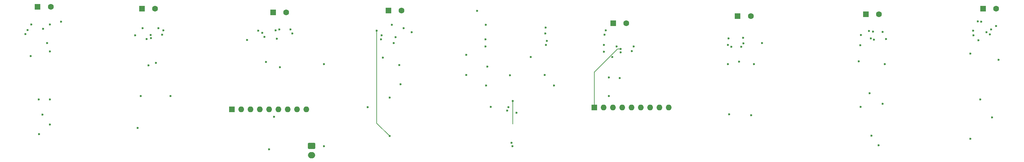
<source format=gbr>
%TF.GenerationSoftware,KiCad,Pcbnew,8.0.8*%
%TF.CreationDate,2025-05-04T20:59:54-05:00*%
%TF.ProjectId,Feedback_sleeve,46656564-6261-4636-9b5f-736c65657665,rev?*%
%TF.SameCoordinates,Original*%
%TF.FileFunction,Copper,L20,Inr*%
%TF.FilePolarity,Positive*%
%FSLAX46Y46*%
G04 Gerber Fmt 4.6, Leading zero omitted, Abs format (unit mm)*
G04 Created by KiCad (PCBNEW 8.0.8) date 2025-05-04 20:59:54*
%MOMM*%
%LPD*%
G01*
G04 APERTURE LIST*
G04 Aperture macros list*
%AMRoundRect*
0 Rectangle with rounded corners*
0 $1 Rounding radius*
0 $2 $3 $4 $5 $6 $7 $8 $9 X,Y pos of 4 corners*
0 Add a 4 corners polygon primitive as box body*
4,1,4,$2,$3,$4,$5,$6,$7,$8,$9,$2,$3,0*
0 Add four circle primitives for the rounded corners*
1,1,$1+$1,$2,$3*
1,1,$1+$1,$4,$5*
1,1,$1+$1,$6,$7*
1,1,$1+$1,$8,$9*
0 Add four rect primitives between the rounded corners*
20,1,$1+$1,$2,$3,$4,$5,0*
20,1,$1+$1,$4,$5,$6,$7,0*
20,1,$1+$1,$6,$7,$8,$9,0*
20,1,$1+$1,$8,$9,$2,$3,0*%
G04 Aperture macros list end*
%TA.AperFunction,ComponentPad*%
%ADD10RoundRect,0.250000X-0.550000X-0.550000X0.550000X-0.550000X0.550000X0.550000X-0.550000X0.550000X0*%
%TD*%
%TA.AperFunction,ComponentPad*%
%ADD11C,1.600000*%
%TD*%
%TA.AperFunction,ComponentPad*%
%ADD12R,1.600000X1.600000*%
%TD*%
%TA.AperFunction,ComponentPad*%
%ADD13O,1.600000X1.600000*%
%TD*%
%TA.AperFunction,ComponentPad*%
%ADD14RoundRect,0.250000X-0.750000X0.600000X-0.750000X-0.600000X0.750000X-0.600000X0.750000X0.600000X0*%
%TD*%
%TA.AperFunction,ComponentPad*%
%ADD15O,2.000000X1.700000*%
%TD*%
%TA.AperFunction,ViaPad*%
%ADD16C,0.600000*%
%TD*%
%TA.AperFunction,Conductor*%
%ADD17C,0.200000*%
%TD*%
G04 APERTURE END LIST*
D10*
%TO.N,Net-(J7-Pin_1)*%
%TO.C,J7*%
X242900000Y-17500000D03*
D11*
%TO.N,Net-(J7-Pin_2)*%
X246500000Y-17500000D03*
%TD*%
D10*
%TO.N,Net-(J8-Pin_1)*%
%TO.C,J8*%
X274900000Y-16000000D03*
D11*
%TO.N,Net-(J8-Pin_2)*%
X278500000Y-16000000D03*
%TD*%
D10*
%TO.N,Net-(J2-Pin_1)*%
%TO.C,J2*%
X45200000Y-16000000D03*
D11*
%TO.N,Net-(J2-Pin_2)*%
X48800000Y-16000000D03*
%TD*%
D10*
%TO.N,Net-(J6-Pin_1)*%
%TO.C,J6*%
X207900000Y-18000000D03*
D11*
%TO.N,Net-(J6-Pin_2)*%
X211500000Y-18000000D03*
%TD*%
D10*
%TO.N,Net-(J3-Pin_1)*%
%TO.C,J3*%
X81000000Y-17000000D03*
D11*
%TO.N,Net-(J3-Pin_2)*%
X84600000Y-17000000D03*
%TD*%
D12*
%TO.N,Net-(RN1-common)*%
%TO.C,RN2*%
X69760000Y-43500000D03*
D13*
%TO.N,Net-(RN2-R1)*%
X72300000Y-43500000D03*
%TO.N,Net-(RN2-R2)*%
X74840000Y-43500000D03*
%TO.N,Net-(RN2-R3)*%
X77380000Y-43500000D03*
%TO.N,Net-(RN2-R4)*%
X79920000Y-43500000D03*
%TO.N,Net-(RN2-R5)*%
X82460000Y-43500000D03*
%TO.N,Net-(RN2-R6)*%
X85000000Y-43500000D03*
%TO.N,Net-(RN2-R7)*%
X87540000Y-43500000D03*
%TO.N,Net-(RN2-R8)*%
X90080000Y-43500000D03*
%TD*%
D14*
%TO.N,Net-(J9-Pin_1)*%
%TO.C,J9*%
X91500000Y-53500000D03*
D15*
%TO.N,Net-(J9-Pin_2)*%
X91500000Y-56000000D03*
%TD*%
D10*
%TO.N,Net-(J4-Pin_1)*%
%TO.C,J4*%
X112500000Y-16500000D03*
D11*
%TO.N,Net-(J4-Pin_2)*%
X116100000Y-16500000D03*
%TD*%
D12*
%TO.N,Net-(RN1-common)*%
%TO.C,RN1*%
X168760000Y-43000000D03*
D13*
%TO.N,Net-(RN1-R1)*%
X171300000Y-43000000D03*
%TO.N,Net-(RN1-R2)*%
X173840000Y-43000000D03*
%TO.N,Net-(RN1-R3)*%
X176380000Y-43000000D03*
%TO.N,Net-(RN1-R4)*%
X178920000Y-43000000D03*
%TO.N,Net-(RN1-R5)*%
X181460000Y-43000000D03*
%TO.N,Net-(RN1-R6)*%
X184000000Y-43000000D03*
%TO.N,Net-(RN1-R7)*%
X186540000Y-43000000D03*
%TO.N,Net-(RN1-R8)*%
X189080000Y-43000000D03*
%TD*%
D10*
%TO.N,Net-(J1-Pin_1)*%
%TO.C,J1*%
X16700000Y-15500000D03*
D11*
%TO.N,Net-(J1-Pin_2)*%
X20300000Y-15500000D03*
%TD*%
D10*
%TO.N,Net-(J5-Pin_1)*%
%TO.C,J5*%
X173900000Y-20000000D03*
D11*
%TO.N,Net-(J5-Pin_2)*%
X177500000Y-20000000D03*
%TD*%
D16*
%TO.N,Net-(U1-GND)*%
X17095500Y-50321100D03*
X171377100Y-27752000D03*
X205594700Y-44905300D03*
X14834800Y-28967500D03*
X179017600Y-27617400D03*
X47589500Y-23225400D03*
X110467800Y-24348000D03*
X172682700Y-34819700D03*
X112842700Y-40329300D03*
X208245400Y-30467500D03*
X50728400Y-23100000D03*
X209432800Y-25440000D03*
X272252400Y-23280900D03*
X171566300Y-23086900D03*
X79067000Y-30518700D03*
X46961400Y-31470500D03*
X244401700Y-50745200D03*
X243947400Y-39076400D03*
X44866000Y-39904100D03*
X17001400Y-40829300D03*
X240951400Y-30411500D03*
X274157400Y-40829300D03*
X78663200Y-23693200D03*
X271418700Y-28282100D03*
X110979400Y-29408200D03*
X155457500Y-21133100D03*
X13395100Y-22941500D03*
X214570700Y-25376200D03*
X245123800Y-24500000D03*
%TO.N,Net-(U2-REG)*%
X274410700Y-19564400D03*
X279125700Y-29974700D03*
%TO.N,Net-(U4-REG)*%
X175674700Y-34923400D03*
%TO.N,Net-(U5-REG)*%
X113469400Y-20366500D03*
X115453800Y-31382200D03*
%TO.N,Net-(U10-REG)*%
X45411400Y-21344600D03*
X49065500Y-30811900D03*
%TO.N,Net-(U6-REG)*%
X15016300Y-20335300D03*
X20090700Y-47685200D03*
%TO.N,Net-(U9-REG)*%
X76938700Y-22008700D03*
X82922700Y-31970500D03*
%TO.N,Net-(U7-REG)*%
X243781600Y-22118400D03*
X246384400Y-53336900D03*
%TO.N,Net-(J1-Pin_1)*%
X19292700Y-25376200D03*
%TO.N,Net-(J1-Pin_2)*%
X23082700Y-19564400D03*
%TO.N,Net-(J2-Pin_2)*%
X51017600Y-21908700D03*
%TO.N,Net-(J2-Pin_1)*%
X47668900Y-24070700D03*
%TO.N,Net-(J3-Pin_2)*%
X85786700Y-21656900D03*
%TO.N,Net-(J3-Pin_1)*%
X86280400Y-22742700D03*
%TO.N,Net-(J4-Pin_1)*%
X114461700Y-23761600D03*
%TO.N,Net-(J4-Pin_2)*%
X118886400Y-22470300D03*
%TO.N,Net-(J5-Pin_2)*%
X179457200Y-26300300D03*
%TO.N,Net-(J5-Pin_1)*%
X175926200Y-27900000D03*
%TO.N,Net-(J6-Pin_1)*%
X208896100Y-26420700D03*
%TO.N,Net-(J7-Pin_1)*%
X248395400Y-24250000D03*
%TO.N,Net-(J7-Pin_2)*%
X244868400Y-22227600D03*
%TO.N,Net-(J8-Pin_1)*%
X276779600Y-23010400D03*
%TO.N,Net-(J8-Pin_2)*%
X277122500Y-21666800D03*
%TO.N,Net-(J9-Pin_1)*%
X145754700Y-34211000D03*
X94890700Y-31188000D03*
%TO.N,Net-(U1-PC01_A1_D1)*%
X173685700Y-29242000D03*
X171845900Y-21950500D03*
X139125100Y-20375000D03*
%TO.N,Net-(U1-PC05_A5_D5_SCL)*%
X139557100Y-31818900D03*
%TO.N,Net-(U1-PA03_A8_D8_SCK)*%
X82011000Y-24176200D03*
%TO.N,Net-(U1-PC00_A0_D0)*%
X273512700Y-19481600D03*
X273612700Y-24641500D03*
X136778700Y-16617400D03*
%TO.N,Net-(U1-PC06_A6_D6_TX)*%
X133786700Y-34093900D03*
X205249400Y-31188000D03*
X206170900Y-26416600D03*
%TO.N,Net-(U1-PC02_A2_D2)*%
X139058900Y-24413400D03*
X113954100Y-25376200D03*
%TO.N,Net-(U1-PA04_A9_D9_MISO)*%
X46445800Y-24270700D03*
X151344000Y-29168400D03*
%TO.N,Net-(U1-PC04_A4_D4_SDA)*%
X133786700Y-28647700D03*
%TO.N,Net-(U1-PC07_A7_D7_RX)*%
X155190200Y-34138800D03*
%TO.N,Net-(U1-PC03_A3_D3)*%
X139058900Y-26342800D03*
X241421900Y-25985700D03*
%TO.N,Net-(RN1-common)*%
X139214400Y-36999800D03*
X247484100Y-22339600D03*
X157739200Y-36999800D03*
X20092300Y-40829300D03*
X20090700Y-27682400D03*
X116668800Y-21334700D03*
X53002700Y-39905700D03*
X115830300Y-36619000D03*
X82695300Y-21708700D03*
X278429300Y-20774000D03*
X20090700Y-20330100D03*
X248039400Y-31188000D03*
X247482700Y-41982700D03*
X212337400Y-31188000D03*
X211578700Y-45078700D03*
X175924200Y-26989200D03*
X49716200Y-21330200D03*
X155381200Y-22754500D03*
X209417200Y-23983900D03*
%TO.N,Net-(RN1-R6)*%
X81279700Y-45523400D03*
X81692800Y-21917300D03*
%TO.N,Net-(RN1-R7)*%
X205374400Y-24104900D03*
%TO.N,Net-(RN1-R2)*%
X18070000Y-44981300D03*
X18194400Y-21458700D03*
%TO.N,Net-(RN1-R8)*%
X205233400Y-25927500D03*
%TO.N,Net-(RN1-R5)*%
X78041100Y-22633100D03*
X79930700Y-54435200D03*
%TO.N,Net-(RN1-R3)*%
X43340400Y-23250000D03*
X44026700Y-48623400D03*
%TO.N,Net-(RN1-R1)*%
X13996600Y-21818200D03*
X145314800Y-42912200D03*
%TO.N,Net-(RN1-R4)*%
X144991400Y-43836400D03*
%TO.N,Net-(RN2-R5)*%
X277402700Y-45717500D03*
X275844500Y-22470700D03*
%TO.N,Net-(RN2-R6)*%
X146389300Y-53624600D03*
X272168000Y-21999100D03*
X94871000Y-53624600D03*
X271418700Y-51529300D03*
%TO.N,Net-(RN2-R7)*%
X155792100Y-24795800D03*
X147504600Y-44475500D03*
X244286900Y-24161600D03*
%TO.N,Net-(RN2-R4)*%
X146160000Y-52645400D03*
X171326500Y-25862500D03*
X155558000Y-25896600D03*
%TO.N,Net-(RN2-R8)*%
X241531400Y-23154400D03*
X241498700Y-42811600D03*
%TO.N,Net-(RN2-R2)*%
X140461900Y-42812200D03*
X106858700Y-42942100D03*
X110618800Y-23261600D03*
%TO.N,Net-(RN2-R3)*%
X172682700Y-39905700D03*
X174878000Y-26284700D03*
X146470800Y-41259900D03*
%TO.N,Net-(RN2-R1)*%
X73946700Y-24529200D03*
X112842700Y-50827800D03*
X109318900Y-22028000D03*
%TD*%
D17*
%TO.N,Net-(RN1-common)*%
X175924200Y-26989200D02*
X175924200Y-26989300D01*
X168760000Y-33316900D02*
X168760000Y-43000000D01*
X175087600Y-26989300D02*
X168760000Y-33316900D01*
X175924200Y-26989300D02*
X175087600Y-26989300D01*
%TO.N,Net-(RN2-R3)*%
X146470800Y-41259900D02*
X146470800Y-47494600D01*
%TO.N,Net-(RN2-R1)*%
X109318900Y-47304000D02*
X112842700Y-50827800D01*
X109318900Y-22028000D02*
X109318900Y-47304000D01*
%TD*%
M02*

</source>
